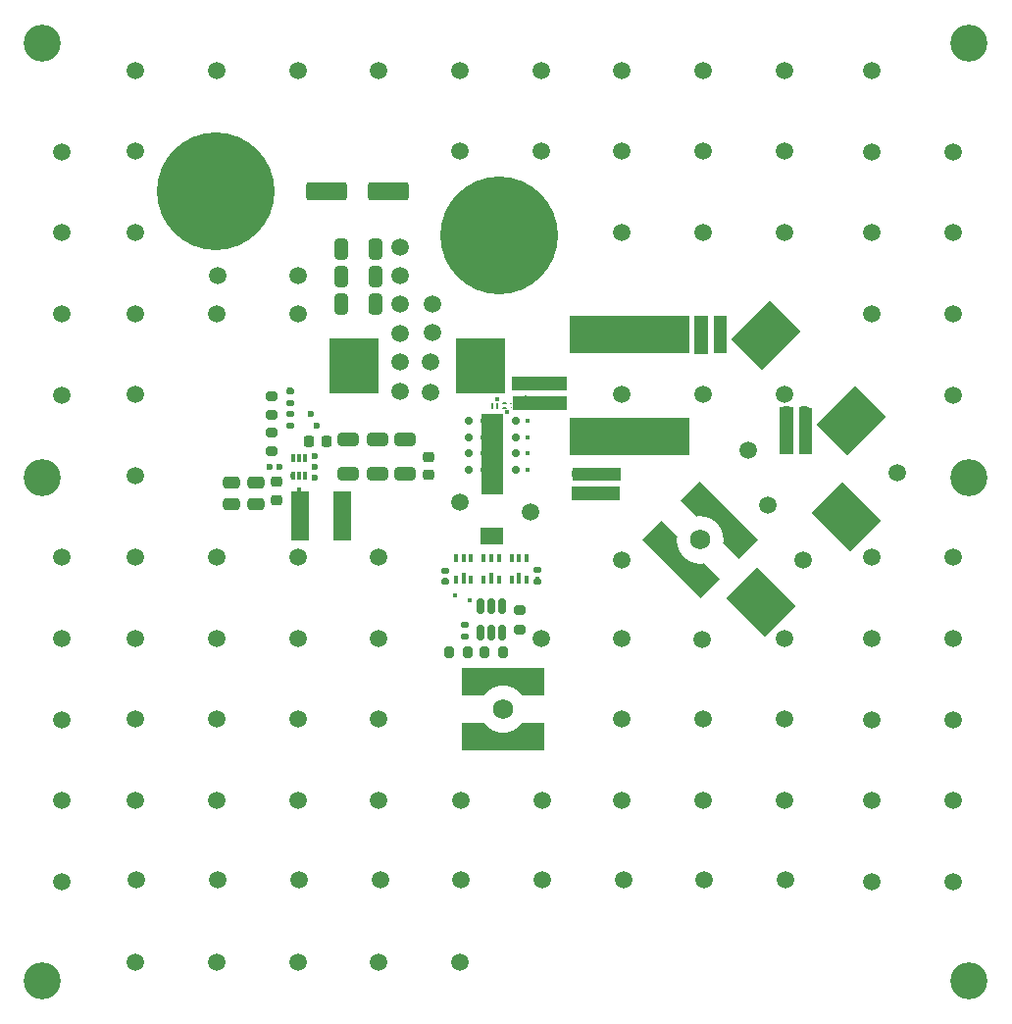
<source format=gbr>
%TF.GenerationSoftware,KiCad,Pcbnew,8.0.0*%
%TF.CreationDate,2024-05-06T14:44:27-07:00*%
%TF.ProjectId,phi2_50MHz_EPC8010,70686932-5f35-4304-9d48-7a5f45504338,rev?*%
%TF.SameCoordinates,Original*%
%TF.FileFunction,Soldermask,Top*%
%TF.FilePolarity,Negative*%
%FSLAX46Y46*%
G04 Gerber Fmt 4.6, Leading zero omitted, Abs format (unit mm)*
G04 Created by KiCad (PCBNEW 8.0.0) date 2024-05-06 14:44:27*
%MOMM*%
%LPD*%
G01*
G04 APERTURE LIST*
G04 Aperture macros list*
%AMRoundRect*
0 Rectangle with rounded corners*
0 $1 Rounding radius*
0 $2 $3 $4 $5 $6 $7 $8 $9 X,Y pos of 4 corners*
0 Add a 4 corners polygon primitive as box body*
4,1,4,$2,$3,$4,$5,$6,$7,$8,$9,$2,$3,0*
0 Add four circle primitives for the rounded corners*
1,1,$1+$1,$2,$3*
1,1,$1+$1,$4,$5*
1,1,$1+$1,$6,$7*
1,1,$1+$1,$8,$9*
0 Add four rect primitives between the rounded corners*
20,1,$1+$1,$2,$3,$4,$5,0*
20,1,$1+$1,$4,$5,$6,$7,0*
20,1,$1+$1,$6,$7,$8,$9,0*
20,1,$1+$1,$8,$9,$2,$3,0*%
%AMRotRect*
0 Rectangle, with rotation*
0 The origin of the aperture is its center*
0 $1 length*
0 $2 width*
0 $3 Rotation angle, in degrees counterclockwise*
0 Add horizontal line*
21,1,$1,$2,0,0,$3*%
%AMFreePoly0*
4,1,25,-1.500000,1.420000,-1.360000,1.280000,-1.205000,1.155000,-1.035000,1.045000,-0.860000,0.950000,-0.675001,0.875000,-0.480000,0.820000,-0.280000,0.780000,-0.085000,0.765000,0.085000,0.765000,0.280000,0.780000,0.480000,0.820000,0.675001,0.875000,0.860000,0.950000,1.035000,1.045000,1.205000,1.155000,1.360000,1.280000,1.500000,1.420000,1.645000,1.595000,3.555000,1.595000,
3.555000,-0.755000,-3.555000,-0.755000,-3.555000,1.595000,-1.645000,1.595000,-1.500000,1.420000,-1.500000,1.420000,$1*%
G04 Aperture macros list end*
%ADD10C,0.100000*%
%ADD11C,0.190000*%
%ADD12C,0.095000*%
%ADD13C,3.200000*%
%ADD14C,10.160000*%
%ADD15FreePoly0,135.000000*%
%ADD16FreePoly0,315.000000*%
%ADD17C,1.730000*%
%ADD18FreePoly0,180.000000*%
%ADD19FreePoly0,0.000000*%
%ADD20R,4.320000X4.700000*%
%ADD21RoundRect,0.250000X-0.325000X-0.650000X0.325000X-0.650000X0.325000X0.650000X-0.325000X0.650000X0*%
%ADD22RoundRect,0.150000X0.150000X0.200000X-0.150000X0.200000X-0.150000X-0.200000X0.150000X-0.200000X0*%
%ADD23RoundRect,0.150000X0.150000X-0.512500X0.150000X0.512500X-0.150000X0.512500X-0.150000X-0.512500X0*%
%ADD24R,10.340000X3.300000*%
%ADD25RoundRect,0.225000X-0.250000X0.225000X-0.250000X-0.225000X0.250000X-0.225000X0.250000X0.225000X0*%
%ADD26RotRect,3.810000X4.700000X315.000000*%
%ADD27RoundRect,0.250000X0.650000X-0.325000X0.650000X0.325000X-0.650000X0.325000X-0.650000X-0.325000X0*%
%ADD28RoundRect,0.200000X-0.275000X0.200000X-0.275000X-0.200000X0.275000X-0.200000X0.275000X0.200000X0*%
%ADD29RoundRect,0.225000X0.225000X0.250000X-0.225000X0.250000X-0.225000X-0.250000X0.225000X-0.250000X0*%
%ADD30RoundRect,0.250000X-0.475000X0.250000X-0.475000X-0.250000X0.475000X-0.250000X0.475000X0.250000X0*%
%ADD31R,0.300000X0.660000*%
%ADD32RoundRect,0.140000X-0.170000X0.140000X-0.170000X-0.140000X0.170000X-0.140000X0.170000X0.140000X0*%
%ADD33RoundRect,0.085000X0.085000X-0.265000X0.085000X0.265000X-0.085000X0.265000X-0.085000X-0.265000X0*%
%ADD34RoundRect,0.140000X0.170000X-0.140000X0.170000X0.140000X-0.170000X0.140000X-0.170000X-0.140000X0*%
%ADD35RoundRect,0.200000X0.200000X0.275000X-0.200000X0.275000X-0.200000X-0.275000X0.200000X-0.275000X0*%
%ADD36RoundRect,0.225000X-0.225000X-0.250000X0.225000X-0.250000X0.225000X0.250000X-0.225000X0.250000X0*%
%ADD37R,1.500000X4.200000*%
%ADD38RoundRect,0.200000X-0.200000X-0.275000X0.200000X-0.275000X0.200000X0.275000X-0.200000X0.275000X0*%
%ADD39RoundRect,0.250000X-1.500000X-0.550000X1.500000X-0.550000X1.500000X0.550000X-1.500000X0.550000X0*%
%ADD40RoundRect,0.135000X0.185000X-0.135000X0.185000X0.135000X-0.185000X0.135000X-0.185000X-0.135000X0*%
%ADD41RoundRect,0.225000X0.250000X-0.225000X0.250000X0.225000X-0.250000X0.225000X-0.250000X-0.225000X0*%
%ADD42RotRect,3.810000X4.700000X225.000000*%
%ADD43C,1.500000*%
%ADD44C,0.400000*%
%ADD45C,0.600000*%
%ADD46C,1.000000*%
%ADD47C,0.800000*%
G04 APERTURE END LIST*
D10*
X42470000Y-35800000D02*
X44255000Y-35800000D01*
X44255000Y-42690000D01*
X42470000Y-42690000D01*
X42470000Y-35800000D01*
G36*
X42470000Y-35800000D02*
G01*
X44255000Y-35800000D01*
X44255000Y-42690000D01*
X42470000Y-42690000D01*
X42470000Y-35800000D01*
G37*
X68220000Y-35255000D02*
X69280000Y-35255000D01*
X69280000Y-39245000D01*
X68220000Y-39245000D01*
X68220000Y-35255000D01*
G36*
X68220000Y-35255000D02*
G01*
X69280000Y-35255000D01*
X69280000Y-39245000D01*
X68220000Y-39245000D01*
X68220000Y-35255000D01*
G37*
X45130000Y-32640000D02*
X49770000Y-32640000D01*
X49770000Y-33700000D01*
X45130000Y-33700000D01*
X45130000Y-32640000D01*
G36*
X45130000Y-32640000D02*
G01*
X49770000Y-32640000D01*
X49770000Y-33700000D01*
X45130000Y-33700000D01*
X45130000Y-32640000D01*
G37*
X62520000Y-27330000D02*
X63580000Y-27330000D01*
X63580000Y-30530000D01*
X62520000Y-30530000D01*
X62520000Y-27330000D01*
G36*
X62520000Y-27330000D02*
G01*
X63580000Y-27330000D01*
X63580000Y-30530000D01*
X62520000Y-30530000D01*
X62520000Y-27330000D01*
G37*
X42430000Y-45645000D02*
X44255000Y-45645000D01*
X44255000Y-46995000D01*
X42430000Y-46995000D01*
X42430000Y-45645000D01*
G36*
X42430000Y-45645000D02*
G01*
X44255000Y-45645000D01*
X44255000Y-46995000D01*
X42430000Y-46995000D01*
X42430000Y-45645000D01*
G37*
X45220000Y-34330000D02*
X49740000Y-34330000D01*
X49740000Y-35390000D01*
X45220000Y-35390000D01*
X45220000Y-34330000D01*
G36*
X45220000Y-34330000D02*
G01*
X49740000Y-34330000D01*
X49740000Y-35390000D01*
X45220000Y-35390000D01*
X45220000Y-34330000D01*
G37*
X50270000Y-42100000D02*
X54350000Y-42100000D01*
X54350000Y-43160000D01*
X50270000Y-43160000D01*
X50270000Y-42100000D01*
G36*
X50270000Y-42100000D02*
G01*
X54350000Y-42100000D01*
X54350000Y-43160000D01*
X50270000Y-43160000D01*
X50270000Y-42100000D01*
G37*
X69880000Y-35305000D02*
X70940000Y-35305000D01*
X70940000Y-39215000D01*
X69880000Y-39215000D01*
X69880000Y-35305000D01*
G36*
X69880000Y-35305000D02*
G01*
X70940000Y-35305000D01*
X70940000Y-39215000D01*
X69880000Y-39215000D01*
X69880000Y-35305000D01*
G37*
X60870000Y-27350000D02*
X61930000Y-27350000D01*
X61930000Y-30560000D01*
X60870000Y-30560000D01*
X60870000Y-27350000D01*
G36*
X60870000Y-27350000D02*
G01*
X61930000Y-27350000D01*
X61930000Y-30560000D01*
X60870000Y-30560000D01*
X60870000Y-27350000D01*
G37*
X50350000Y-40460000D02*
X54430000Y-40460000D01*
X54430000Y-41520000D01*
X50350000Y-41520000D01*
X50350000Y-40460000D01*
G36*
X50350000Y-40460000D02*
G01*
X54430000Y-40460000D01*
X54430000Y-41520000D01*
X50350000Y-41520000D01*
X50350000Y-40460000D01*
G37*
D11*
%TO.C,Q1*%
X43440000Y-35300000D02*
X43440000Y-34920000D01*
X43840000Y-35300000D02*
X43840000Y-34920000D01*
X44565000Y-34910000D02*
X44315000Y-34910000D01*
X44565000Y-35310000D02*
X44315000Y-35310000D01*
D12*
X45087500Y-34910000D02*
G75*
G02*
X44992500Y-34910000I-47500J0D01*
G01*
X44992500Y-34910000D02*
G75*
G02*
X45087500Y-34910000I47500J0D01*
G01*
X45087500Y-35310000D02*
G75*
G02*
X44992500Y-35310000I-47500J0D01*
G01*
X44992500Y-35310000D02*
G75*
G02*
X45087500Y-35310000I47500J0D01*
G01*
%TD*%
D13*
%TO.C,REF\u002A\u002A*%
X4590000Y-41300000D03*
%TD*%
%TO.C,REF\u002A\u002A*%
X4590000Y-3780000D03*
%TD*%
%TO.C,REF\u002A\u002A*%
X84590000Y-84780000D03*
%TD*%
%TO.C,REF\u002A\u002A*%
X84590000Y-3780000D03*
%TD*%
%TO.C,REF\u002A\u002A*%
X84590000Y-41300000D03*
%TD*%
%TO.C,REF\u002A\u002A*%
X4590000Y-84780000D03*
%TD*%
D14*
%TO.C,J6*%
X43990000Y-20400000D03*
%TD*%
%TO.C,J5*%
X19510000Y-16570000D03*
%TD*%
D15*
%TO.C,J2*%
X63334899Y-44715101D03*
D16*
X59375101Y-48674899D03*
D17*
X61355000Y-46695000D03*
%TD*%
%TO.C,J1*%
X44320000Y-61290000D03*
D18*
X44320000Y-58490000D03*
D19*
X44320000Y-64090000D03*
%TD*%
D20*
%TO.C,L1*%
X42430000Y-31640000D03*
X31510000Y-31640000D03*
%TD*%
D21*
%TO.C,C4*%
X30345000Y-26370000D03*
X33295000Y-26370000D03*
%TD*%
D22*
%TO.C,D8*%
X44012500Y-40640000D03*
X45412500Y-40640000D03*
%TD*%
D21*
%TO.C,C2*%
X30345000Y-21570000D03*
X33295000Y-21570000D03*
%TD*%
D23*
%TO.C,U4*%
X42370000Y-54722500D03*
X43320000Y-54722500D03*
X44270000Y-54722500D03*
X44270000Y-52447500D03*
X43320000Y-52447500D03*
X42370000Y-52447500D03*
%TD*%
D24*
%TO.C,L2*%
X55230000Y-28960000D03*
X55230000Y-37800000D03*
%TD*%
D25*
%TO.C,C19*%
X47610000Y-33335000D03*
X47610000Y-34885000D03*
%TD*%
D26*
%TO.C,L3*%
X74410491Y-36380491D03*
X67049509Y-29019509D03*
%TD*%
D27*
%TO.C,C28*%
X30970000Y-40995000D03*
X30970000Y-38045000D03*
%TD*%
D25*
%TO.C,C20*%
X49020000Y-34885000D03*
X49020000Y-33335000D03*
%TD*%
D28*
%TO.C,R7*%
X24320000Y-37395000D03*
X24320000Y-39045000D03*
%TD*%
D29*
%TO.C,C12*%
X68815000Y-35685000D03*
X70365000Y-35685000D03*
%TD*%
D27*
%TO.C,C26*%
X35870000Y-40995000D03*
X35870000Y-38045000D03*
%TD*%
D29*
%TO.C,C21*%
X68815000Y-37235000D03*
X70365000Y-37235000D03*
%TD*%
D30*
%TO.C,C24*%
X22970000Y-41740000D03*
X22970000Y-43640000D03*
%TD*%
D21*
%TO.C,C3*%
X30345000Y-23970000D03*
X33295000Y-23970000D03*
%TD*%
D31*
%TO.C,U5*%
X40270000Y-50115000D03*
X40920000Y-50115000D03*
X41570000Y-50115000D03*
X41570000Y-48275000D03*
X40920000Y-48275000D03*
X40270000Y-48275000D03*
%TD*%
D32*
%TO.C,C10*%
X41070000Y-54055000D03*
X41070000Y-55015000D03*
%TD*%
D22*
%TO.C,D4*%
X41370000Y-40620000D03*
X42770000Y-40620000D03*
%TD*%
%TO.C,D3*%
X41370000Y-39220000D03*
X42770000Y-39220000D03*
%TD*%
%TO.C,D1*%
X41370000Y-36420000D03*
X42770000Y-36420000D03*
%TD*%
%TO.C,D7*%
X44012500Y-39240000D03*
X45412500Y-39240000D03*
%TD*%
D27*
%TO.C,C27*%
X33470000Y-40995000D03*
X33470000Y-38045000D03*
%TD*%
D25*
%TO.C,C15*%
X46280000Y-33335000D03*
X46280000Y-34885000D03*
%TD*%
D33*
%TO.C,U1*%
X26220000Y-41170000D03*
X26720000Y-41170000D03*
X27220000Y-41170000D03*
X27220000Y-39670000D03*
X26720000Y-39670000D03*
X26220000Y-39670000D03*
%TD*%
D22*
%TO.C,D2*%
X41370000Y-37820000D03*
X42770000Y-37820000D03*
%TD*%
D34*
%TO.C,C8*%
X39320000Y-50325000D03*
X39320000Y-49365000D03*
%TD*%
D25*
%TO.C,C7*%
X50780000Y-40980000D03*
X50780000Y-42530000D03*
%TD*%
%TO.C,C25*%
X24770000Y-41695000D03*
X24770000Y-43245000D03*
%TD*%
D35*
%TO.C,R6*%
X41295000Y-56435000D03*
X39645000Y-56435000D03*
%TD*%
D22*
%TO.C,D5*%
X44010000Y-36450000D03*
X45410000Y-36450000D03*
%TD*%
D25*
%TO.C,C5*%
X53930000Y-40980000D03*
X53930000Y-42530000D03*
%TD*%
D28*
%TO.C,R3*%
X24320000Y-34295000D03*
X24320000Y-35945000D03*
%TD*%
D36*
%TO.C,C13*%
X61455000Y-28330000D03*
X63005000Y-28330000D03*
%TD*%
D28*
%TO.C,R5*%
X45820000Y-52760000D03*
X45820000Y-54410000D03*
%TD*%
D37*
%TO.C,L5*%
X26820000Y-44670000D03*
X30420000Y-44670000D03*
%TD*%
D38*
%TO.C,R4*%
X42695000Y-56435000D03*
X44345000Y-56435000D03*
%TD*%
D39*
%TO.C,C1*%
X29070000Y-16620000D03*
X34470000Y-16620000D03*
%TD*%
D40*
%TO.C,R2*%
X25970000Y-34870000D03*
X25970000Y-33850000D03*
%TD*%
D41*
%TO.C,C29*%
X37870000Y-41095000D03*
X37870000Y-39545000D03*
%TD*%
D42*
%TO.C,L4*%
X66589509Y-52100491D03*
X73950491Y-44739509D03*
%TD*%
D22*
%TO.C,D6*%
X44012500Y-37850000D03*
X45412500Y-37850000D03*
%TD*%
D31*
%TO.C,U6*%
X42670000Y-50115000D03*
X43320000Y-50115000D03*
X43970000Y-50115000D03*
X43970000Y-48275000D03*
X43320000Y-48275000D03*
X42670000Y-48275000D03*
%TD*%
D29*
%TO.C,C18*%
X29095000Y-38220000D03*
X27545000Y-38220000D03*
%TD*%
D40*
%TO.C,R1*%
X25970000Y-36880000D03*
X25970000Y-35860000D03*
%TD*%
D36*
%TO.C,C14*%
X61455000Y-29880000D03*
X63005000Y-29880000D03*
%TD*%
D25*
%TO.C,C6*%
X52380000Y-40980000D03*
X52380000Y-42530000D03*
%TD*%
D34*
%TO.C,C11*%
X47320000Y-50275000D03*
X47320000Y-49315000D03*
%TD*%
D30*
%TO.C,C23*%
X20920000Y-41740000D03*
X20920000Y-43640000D03*
%TD*%
D31*
%TO.C,U7*%
X45070000Y-50115000D03*
X45720000Y-50115000D03*
X46370000Y-50115000D03*
X46370000Y-48275000D03*
X45720000Y-48275000D03*
X45070000Y-48275000D03*
%TD*%
D29*
%TO.C,C22*%
X68815000Y-38785000D03*
X70365000Y-38785000D03*
%TD*%
D43*
X61500000Y-55290000D03*
X54590000Y-48420000D03*
X67240000Y-43730000D03*
X70270000Y-48420000D03*
D44*
X40160000Y-51480000D03*
X41460000Y-51930000D03*
X43840000Y-34560000D03*
X44640000Y-35670000D03*
X45430000Y-35320000D03*
D43*
X47710000Y-69190000D03*
X40710000Y-69200000D03*
X26620000Y-48170000D03*
D45*
X37870000Y-39420000D03*
D43*
X46750000Y-44290000D03*
X61620000Y-20170000D03*
X35470000Y-28870000D03*
X78350000Y-40940000D03*
X6205000Y-62200000D03*
D44*
X40916409Y-49686409D03*
D43*
X61620000Y-62170000D03*
D46*
X42545000Y-64260000D03*
D44*
X46420000Y-40620000D03*
D43*
X76205000Y-48200000D03*
D44*
X42370000Y-52835000D03*
D43*
X54720000Y-76070000D03*
X76205000Y-55200000D03*
X54620000Y-69170000D03*
X61620000Y-34170000D03*
X76205000Y-62200000D03*
D45*
X35420000Y-37770000D03*
X24170000Y-40370000D03*
D43*
X68620000Y-34170000D03*
D46*
X47270000Y-58360000D03*
X57165000Y-46710000D03*
X60565000Y-50110000D03*
D43*
X83205000Y-76200000D03*
X12620000Y-34170000D03*
X40620000Y-6170000D03*
X54620000Y-13170000D03*
X12620000Y-6170000D03*
D45*
X39730000Y-56440000D03*
D43*
X54620000Y-55170000D03*
X40620000Y-13170000D03*
X61720000Y-76070000D03*
X76205000Y-27200000D03*
X6205000Y-55200000D03*
X54620000Y-62170000D03*
X47620000Y-6170000D03*
X40620000Y-43470000D03*
D45*
X33020000Y-37770000D03*
D44*
X46420000Y-36420000D03*
D43*
X19620000Y-6170000D03*
D44*
X39330000Y-50120000D03*
D43*
X12620000Y-41170000D03*
X6205000Y-27200000D03*
X6205000Y-20200000D03*
X6205000Y-13200000D03*
D44*
X45270000Y-39220000D03*
D46*
X65490000Y-46685000D03*
D45*
X33020000Y-23570000D03*
D44*
X42383790Y-52235156D03*
D43*
X83205000Y-48200000D03*
D45*
X22620000Y-43420000D03*
D43*
X68620000Y-6170000D03*
D45*
X33020000Y-21970000D03*
X33020000Y-24420000D03*
D47*
X46270000Y-34670000D03*
D43*
X76205000Y-69200000D03*
X54620000Y-6170000D03*
D45*
X28070000Y-40370000D03*
X33920000Y-37770000D03*
D43*
X33620000Y-83180000D03*
X68620000Y-55170000D03*
D46*
X47270000Y-63185000D03*
D43*
X38220000Y-28820000D03*
X12620000Y-20170000D03*
X68620000Y-13170000D03*
D45*
X36320000Y-37770000D03*
D43*
X68620000Y-20170000D03*
D46*
X57965000Y-45910000D03*
X68840000Y-35675000D03*
D45*
X33020000Y-25920000D03*
D43*
X33620000Y-55170000D03*
D46*
X64665000Y-45860000D03*
D43*
X33620000Y-6170000D03*
D46*
X61290000Y-42535000D03*
X53920000Y-42590000D03*
D43*
X38120000Y-33920000D03*
X40620000Y-83180000D03*
X33720000Y-76070000D03*
X26620000Y-83180000D03*
X40720000Y-76070000D03*
D45*
X23320000Y-43420000D03*
D43*
X38220000Y-26370000D03*
X12620000Y-62170000D03*
X6205000Y-69200000D03*
X35470000Y-23870000D03*
X26620000Y-69170000D03*
X76205000Y-20200000D03*
X83205000Y-62200000D03*
X83205000Y-27200000D03*
X26620000Y-6170000D03*
X19720000Y-76070000D03*
X83205000Y-69200000D03*
X12620000Y-69170000D03*
X26620000Y-55170000D03*
X61620000Y-69170000D03*
D46*
X68810000Y-37205000D03*
D43*
X68720000Y-76070000D03*
D46*
X33220000Y-16570000D03*
D44*
X45270000Y-40620000D03*
D43*
X35470000Y-31320000D03*
D46*
X64690000Y-47510000D03*
X50780000Y-42590000D03*
D43*
X76205000Y-6200000D03*
X6205000Y-48200000D03*
X38120000Y-31320000D03*
X33620000Y-69170000D03*
D46*
X61315000Y-50935000D03*
D43*
X19620000Y-69170000D03*
D44*
X43333480Y-54884851D03*
D45*
X28220000Y-36870000D03*
D43*
X35420000Y-21470000D03*
X68620000Y-69170000D03*
X61620000Y-6170000D03*
D46*
X41345000Y-58335000D03*
X41320000Y-64260000D03*
D43*
X47620000Y-13170000D03*
X47720000Y-76070000D03*
D45*
X28070000Y-39470000D03*
D43*
X19620000Y-83180000D03*
D46*
X47295000Y-64260000D03*
D43*
X35470000Y-33870000D03*
D46*
X35670000Y-16570000D03*
D43*
X12620000Y-48170000D03*
D45*
X31420000Y-37770000D03*
D43*
X65550000Y-38950000D03*
X35470000Y-26370000D03*
D45*
X27760000Y-35860000D03*
D46*
X62165000Y-50110000D03*
D43*
X83205000Y-13200000D03*
X54620000Y-20170000D03*
D45*
X30470000Y-37770000D03*
D43*
X83205000Y-20200000D03*
X26620000Y-27170000D03*
D45*
X24770000Y-43070000D03*
X42790000Y-56450000D03*
D43*
X33620000Y-62170000D03*
D46*
X41320000Y-63110000D03*
D45*
X25070000Y-40370000D03*
D46*
X62065000Y-43335000D03*
D44*
X46420000Y-39220000D03*
X45710000Y-49710000D03*
D43*
X6205000Y-76200000D03*
X83205000Y-34200000D03*
X19620000Y-48170000D03*
X68620000Y-62170000D03*
X47620000Y-55170000D03*
D46*
X68800000Y-38765000D03*
D44*
X45270000Y-37820000D03*
D43*
X12620000Y-13170000D03*
D45*
X20570000Y-43420000D03*
D44*
X43330000Y-49675000D03*
D43*
X19620000Y-27170000D03*
D45*
X33020000Y-26820000D03*
D46*
X41345000Y-59485000D03*
D43*
X26620000Y-23870000D03*
X83205000Y-55200000D03*
X12620000Y-83180000D03*
D45*
X28070000Y-41320000D03*
D46*
X52370000Y-42590000D03*
D43*
X76205000Y-76200000D03*
D44*
X24570000Y-38970000D03*
D43*
X26720000Y-76070000D03*
D47*
X47630000Y-34680000D03*
D43*
X12620000Y-27170000D03*
X26620000Y-62170000D03*
X61620000Y-13170000D03*
D45*
X25970000Y-33830000D03*
D43*
X76205000Y-13200000D03*
X54620000Y-34170000D03*
D46*
X42520000Y-58335000D03*
D43*
X33620000Y-48170000D03*
D44*
X47309513Y-50035487D03*
D43*
X19720000Y-23870000D03*
D47*
X49040000Y-34690000D03*
D46*
X47270000Y-59510000D03*
D43*
X12720000Y-76070000D03*
D45*
X21270000Y-43420000D03*
D46*
X46095000Y-64260000D03*
D43*
X19620000Y-55170000D03*
D46*
X57965000Y-47510000D03*
D43*
X6205000Y-34200000D03*
D46*
X60540000Y-43385000D03*
D43*
X12620000Y-55170000D03*
D44*
X43320000Y-54285000D03*
D45*
X33020000Y-21120000D03*
D44*
X46420000Y-37820000D03*
D43*
X19620000Y-62170000D03*
D44*
X41070000Y-54935000D03*
X45270000Y-36420000D03*
D46*
X46120000Y-58360000D03*
D44*
X26150000Y-41180000D03*
X29095000Y-38220000D03*
X26720000Y-42370000D03*
M02*

</source>
